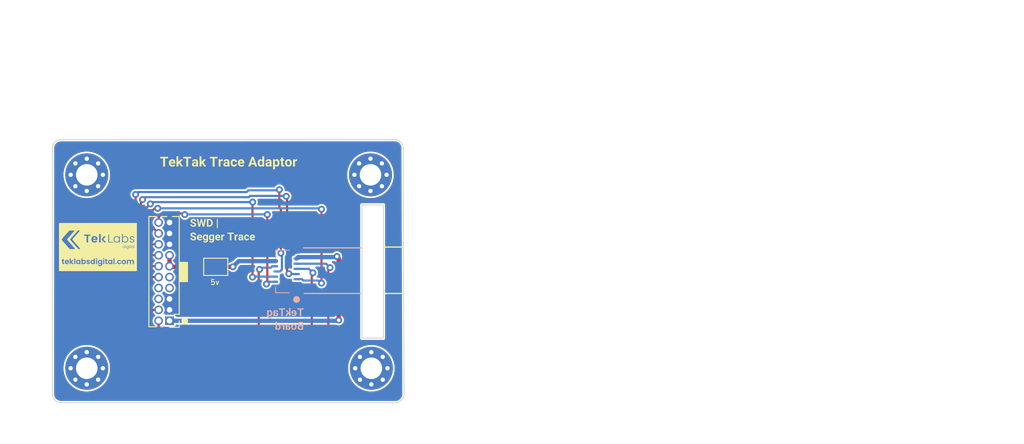
<source format=kicad_pcb>
(kicad_pcb (version 20211014) (generator pcbnew)
  (title_block (title "Debug Adaptor for TekTag Biosensor") (rev "1") (company "© 2023 TekLabs Digital Pty Ltd") (comment 1 "Designed by Trevor Attema") (comment 2 "MIT License"))
  (layers (0 "F.Cu" signal) (31 "B.Cu" signal) (34 "B.Paste" user) (35 "F.Paste" user) (36 "B.SilkS" user "B.Silkscreen") (37 "F.SilkS" user "F.Silkscreen") (38 "B.Mask" user) (39 "F.Mask" user) (44 "Edge.Cuts" user))
  (net 0 "")
  (net 1 "VDD")
  (net 2 "Net-(J1-Pad2)")
  (net 3 "/~{nRESET}")
  (net 4 "/SWDIO")
  (net 5 "/SWCLK")
  (net 6 "/TRACECLK")
  (net 7 "/TRACED0")
  (net 8 "/TRACED1")
  (net 9 "/TRACED2")
  (net 10 "/TRACED3")
  (net 11 "GND")
  (net 16 "+5V")
  (footprint "TekLabs:Teklabs-Logo-Website" (layer "F.Cu") (at 84.5 56.4 90)
    (fp_text reference "G***" hide)
    (fp_text value "LOGO" hide)
  )
  (footprint "Connector_PinHeader_1.27mm:PinHeader_2x10_P1.27mm_Vertical" (layer "F.Cu") (at 92.825 64.975 180)
    (fp_text reference "J2" hide)
    (fp_text value "SWD Probe" hide)
    (pad "1" thru_hole rect locked (at 0 0 180) (size 1 1) (drill 0.65) (layers *.Cu *.Mask) (net 1 "VDD"))
    (pad "2" thru_hole oval locked (at 1.27 0 180) (size 1 1) (drill 0.65) (layers *.Cu *.Mask) (net 4 "/SWDIO"))
    (pad "3" thru_hole oval locked (at 0 1.27 180) (size 1 1) (drill 0.65) (layers *.Cu *.Mask) (net 11 "GND"))
    (pad "4" thru_hole oval locked (at 1.27 1.27 180) (size 1 1) (drill 0.65) (layers *.Cu *.Mask) (net 5 "/SWCLK"))
    (pad "5" thru_hole oval locked (at 0 2.54 180) (size 1 1) (drill 0.65) (layers *.Cu *.Mask) (net 11 "GND"))
    (pad "6" thru_hole oval locked (at 1.27 2.54 180) (size 1 1) (drill 0.65) (layers *.Cu *.Mask))
    (pad "7" thru_hole oval locked (at 0 3.81 180) (size 1 1) (drill 0.65) (layers *.Cu *.Mask))
    (pad "8" thru_hole oval locked (at 1.27 3.81 180) (size 1 1) (drill 0.65) (layers *.Cu *.Mask))
    (pad "9" thru_hole oval locked (at 0 5.08 180) (size 1 1) (drill 0.65) (layers *.Cu *.Mask))
    (pad "10" thru_hole oval locked (at 1.27 5.08 180) (size 1 1) (drill 0.65) (layers *.Cu *.Mask) (net 3 "/~{nRESET}"))
    (pad "11" thru_hole oval locked (at 0 6.35 180) (size 1 1) (drill 0.65) (layers *.Cu *.Mask) (net 16 "+5V"))
    (pad "12" thru_hole oval locked (at 1.27 6.35 180) (size 1 1) (drill 0.65) (layers *.Cu *.Mask) (net 6 "/TRACECLK"))
    (pad "13" thru_hole oval locked (at 0 7.62 180) (size 1 1) (drill 0.65) (layers *.Cu *.Mask) (net 16 "+5V"))
    (pad "14" thru_hole oval locked (at 1.27 7.62 180) (size 1 1) (drill 0.65) (layers *.Cu *.Mask) (net 7 "/TRACED0"))
    (pad "15" thru_hole oval locked (at 0 8.89 180) (size 1 1) (drill 0.65) (layers *.Cu *.Mask) (net 11 "GND"))
    (pad "16" thru_hole oval locked (at 1.27 8.89 180) (size 1 1) (drill 0.65) (layers *.Cu *.Mask) (net 8 "/TRACED1"))
    (pad "17" thru_hole oval locked (at 0 10.16 180) (size 1 1) (drill 0.65) (layers *.Cu *.Mask) (net 11 "GND"))
    (pad "18" thru_hole oval locked (at 1.27 10.16 180) (size 1 1) (drill 0.65) (layers *.Cu *.Mask) (net 9 "/TRACED2"))
    (pad "19" thru_hole oval locked (at 0 11.43 180) (size 1 1) (drill 0.65) (layers *.Cu *.Mask) (net 11 "GND"))
    (pad "20" thru_hole oval locked (at 1.27 11.43 180) (size 1 1) (drill 0.65) (layers *.Cu *.Mask) (net 10 "/TRACED3"))
  )
  (footprint "kibuzzard-647579C7" (layer "F.Cu") (at 99.7 46.6)
    (fp_text reference "kibuzzard-647579C7" hide)
    (fp_text value "G***" hide)
  )
  (footprint "MountingHole:MountingHole_2.5mm_Pad_Via" (layer "F.Cu") (at 83.2 70.5)
    (fp_text reference "H2" hide)
    (fp_text value "MountingHole")
    (pad "1" thru_hole circle locked (at -1.325825 1.325825) (size 0.8 0.8) (drill 0.5) (layers *.Cu *.Mask))
    (pad "1" thru_hole circle locked (at 1.875 0) (size 0.8 0.8) (drill 0.5) (layers *.Cu *.Mask))
    (pad "1" thru_hole circle locked (at -1.325825 -1.325825) (size 0.8 0.8) (drill 0.5) (layers *.Cu *.Mask))
    (pad "1" thru_hole circle locked (at 1.325825 1.325825) (size 0.8 0.8) (drill 0.5) (layers *.Cu *.Mask))
    (pad "1" thru_hole circle locked (at 0 1.875) (size 0.8 0.8) (drill 0.5) (layers *.Cu *.Mask))
    (pad "1" thru_hole circle locked (at 0 -1.875) (size 0.8 0.8) (drill 0.5) (layers *.Cu *.Mask))
    (pad "1" thru_hole circle locked (at 0 0) (size 5 5) (drill 2.5) (layers *.Cu *.Mask))
    (pad "1" thru_hole circle locked (at 1.325825 -1.325825) (size 0.8 0.8) (drill 0.5) (layers *.Cu *.Mask))
    (pad "1" thru_hole circle locked (at -1.875 0) (size 0.8 0.8) (drill 0.5) (layers *.Cu *.Mask))
  )
  (footprint "kibuzzard-64757A2A" (layer "F.Cu") (at 99 54.5)
    (fp_text reference "kibuzzard-64757A2A" hide)
    (fp_text value "G***" hide)
  )
  (footprint "Jumper:SolderJumper-2_P1.3mm_Open_Pad1.0x1.5mm" (layer "F.Cu") (at 98.2 58.7 180)
    (fp_text reference "JP1" hide)
    (fp_text value "5V Trace" hide)
    (pad "1" smd rect locked (at -0.65 0 180) (size 1 1.5) (layers "F.Cu" "F.Mask") (net 2 "Net-(J1-Pad2)"))
    (pad "2" smd rect locked (at 0.65 0 180) (size 1 1.5) (layers "F.Cu" "F.Mask") (net 16 "+5V"))
  )
  (footprint "MountingHole:MountingHole_2.5mm_Pad_Via" (layer "F.Cu") (at 116.2 48)
    (fp_text reference "H3" hide)
    (fp_text value "MountingHole")
    (pad "1" thru_hole circle locked (at 0 1.875) (size 0.8 0.8) (drill 0.5) (layers *.Cu *.Mask))
    (pad "1" thru_hole circle locked (at 1.875 0) (size 0.8 0.8) (drill 0.5) (layers *.Cu *.Mask))
    (pad "1" thru_hole circle locked (at -1.875 0) (size 0.8 0.8) (drill 0.5) (layers *.Cu *.Mask))
    (pad "1" thru_hole circle locked (at 1.325825 -1.325825) (size 0.8 0.8) (drill 0.5) (layers *.Cu *.Mask))
    (pad "1" thru_hole circle locked (at -1.325825 1.325825) (size 0.8 0.8) (drill 0.5) (layers *.Cu *.Mask))
    (pad "1" thru_hole circle locked (at -1.325825 -1.325825) (size 0.8 0.8) (drill 0.5) (layers *.Cu *.Mask))
    (pad "1" thru_hole circle locked (at 0 -1.875) (size 0.8 0.8) (drill 0.5) (layers *.Cu *.Mask))
    (pad "1" thru_hole circle locked (at 1.325825 1.325825) (size 0.8 0.8) (drill 0.5) (layers *.Cu *.Mask))
    (pad "1" thru_hole circle locked (at 0 0) (size 5 5) (drill 2.5) (layers *.Cu *.Mask))
  )
  (footprint "MountingHole:MountingHole_2.5mm_Pad_Via" (layer "F.Cu") (at 83.2 48)
    (fp_text reference "H4" hide)
    (fp_text value "MountingHole")
    (pad "1" thru_hole circle locked (at -1.325825 1.325825) (size 0.8 0.8) (drill 0.5) (layers *.Cu *.Mask))
    (pad "1" thru_hole circle locked (at 1.325825 -1.325825) (size 0.8 0.8) (drill 0.5) (layers *.Cu *.Mask))
    (pad "1" thru_hole circle locked (at 1.875 0) (size 0.8 0.8) (drill 0.5) (layers *.Cu *.Mask))
    (pad "1" thru_hole circle locked (at 0 0) (size 5 5) (drill 2.5) (layers *.Cu *.Mask))
    (pad "1" thru_hole circle locked (at -1.875 0) (size 0.8 0.8) (drill 0.5) (layers *.Cu *.Mask))
    (pad "1" thru_hole circle locked (at 1.325825 1.325825) (size 0.8 0.8) (drill 0.5) (layers *.Cu *.Mask))
    (pad "1" thru_hole circle locked (at -1.325825 -1.325825) (size 0.8 0.8) (drill 0.5) (layers *.Cu *.Mask))
    (pad "1" thru_hole circle locked (at 0 -1.875) (size 0.8 0.8) (drill 0.5) (layers *.Cu *.Mask))
    (pad "1" thru_hole circle locked (at 0 1.875) (size 0.8 0.8) (drill 0.5) (layers *.Cu *.Mask))
  )
  (footprint "MountingHole:MountingHole_2.5mm_Pad_Via" (layer "F.Cu") (at 116.3 70.5)
    (fp_text reference "H1" hide)
    (fp_text value "MountingHole")
    (pad "1" thru_hole circle locked (at -1.325825 -1.325825) (size 0.8 0.8) (drill 0.5) (layers *.Cu *.Mask))
    (pad "1" thru_hole circle locked (at -1.875 0) (size 0.8 0.8) (drill 0.5) (layers *.Cu *.Mask))
    (pad "1" thru_hole circle locked (at 1.325825 -1.325825) (size 0.8 0.8) (drill 0.5) (layers *.Cu *.Mask))
    (pad "1" thru_hole circle locked (at 1.875 0) (size 0.8 0.8) (drill 0.5) (layers *.Cu *.Mask))
    (pad "1" thru_hole circle locked (at 0 0) (size 5 5) (drill 2.5) (layers *.Cu *.Mask))
    (pad "1" thru_hole circle locked (at 0 1.875) (size 0.8 0.8) (drill 0.5) (layers *.Cu *.Mask))
    (pad "1" thru_hole circle locked (at 1.325825 1.325825) (size 0.8 0.8) (drill 0.5) (layers *.Cu *.Mask))
    (pad "1" thru_hole circle locked (at 0 -1.875) (size 0.8 0.8) (drill 0.5) (layers *.Cu *.Mask))
    (pad "1" thru_hole circle locked (at -1.325825 1.325825) (size 0.8 0.8) (drill 0.5) (layers *.Cu *.Mask))
  )
  (footprint "Teklabs:Molex 5035661102" (layer "B.Cu") (at 105.1635 60.74 -90)
    (fp_text reference "J1" hide)
    (fp_text value "SWD Device" hide)
    (pad "1" smd rect locked (at -3 -2.45 270) (size 0.25 0.72) (layers "B.Cu" "B.Paste" "B.Mask") (net 1 "VDD"))
    (pad "2" smd rect locked (at -2.7 -0.02 270) (size 0.25 0.52) (layers "B.Cu" "B.Paste" "B.Mask") (net 2 "Net-(J1-Pad2)"))
    (pad "3" smd rect locked (at -2.4 -2.45 270) (size 0.25 0.72) (layers "B.Cu" "B.Paste" "B.Mask") (net 3 "/~{nRESET}"))
    (pad "4" smd rect locked (at -2.1 -0.02 270) (size 0.25 0.52) (layers "B.Cu" "B.Paste" "B.Mask") (net 4 "/SWDIO"))
    (pad "5" smd rect locked (at -1.8 -2.45 270) (size 0.25 0.72) (layers "B.Cu" "B.Paste" "B.Mask") (net 5 "/SWCLK"))
    (pad "6" smd rect locked (at -1.5 -0.02 270) (size 0.25 0.52) (layers "B.Cu" "B.Paste" "B.Mask") (net 6 "/TRACECLK"))
    (pad "7" smd rect locked (at -1.2 -2.45 270) (size 0.25 0.72) (layers "B.Cu" "B.Paste" "B.Mask") (net 7 "/TRACED0"))
    (pad "8" smd rect locked (at -0.9 -0.02 270) (size 0.25 0.52) (layers "B.Cu" "B.Paste" "B.Mask") (net 8 "/TRACED1"))
    (pad "9" smd rect locked (at -0.6 -2.45 270) (size 0.25 0.72) (layers "B.Cu" "B.Paste" "B.Mask") (net 9 "/TRACED2"))
    (pad "10" smd rect locked (at -0.3 -0.02 270) (size 0.25 0.52) (layers "B.Cu" "B.Paste" "B.Mask") (net 10 "/TRACED3"))
    (pad "11" smd rect locked (at 0 -2.45 270) (size 0.25 0.72) (layers "B.Cu" "B.Paste" "B.Mask") (net 11 "GND"))
    (pad "MP1" smd rect locked (at -3.71 -2.388 270) (size 0.3 0.85) (layers "B.Cu" "B.Paste" "B.Mask") (net 11 "GND"))
    (pad "MP2" smd rect locked (at 0.71 -2.388 270) (size 0.3 0.85) (layers "B.Cu" "B.Paste" "B.Mask") (net 11 "GND"))
  )
  (footprint "kibuzzard-64757A48" (layer "B.Cu") (at 106.3 64.75 180)
    (fp_text reference "kibuzzard-64757A48" hide)
    (fp_text value "G***" hide)
  )
  (gr_line (start 115.1 61.8) (end 108.5 61.8) (layer "B.SilkS") (width 0.15))
  (gr_circle (center 107.6 62.5) (end 107.916228 62.5) (layer "B.SilkS") (width 0.15) (fill solid))
  (gr_line (start 115.1 56.5) (end 108.4 56.5) (layer "B.SilkS") (width 0.15))
  (gr_circle (center 94.6 65) (end 94.916228 65) (layer "F.SilkS") (width 0.15) (fill solid))
  (gr_rect (start 94 58.2) (end 94.9 60.4) (layer "F.SilkS") (width 0.15) (fill solid))
  (gr_line (start 119.9 56.4) (end 117.8 56.4) (layer "F.SilkS") (width 0.15))
  (gr_line (start 119.9 61.8) (end 117.9 61.8) (layer "F.SilkS") (width 0.15))
  (gr_line (start 79.207107 44.907107) (end 79.2 73.5) (layer "Edge.Cuts") (width 0.1))
  (gr_line (start 120 44.9) (end 120.1 73.5) (layer "Edge.Cuts") (width 0.1))
  (gr_line (start 119.1 74.5) (end 80.2 74.5) (layer "Edge.Cuts") (width 0.1))
  (gr_arc (start 80.2 74.5) (mid 79.492893 74.207107) (end 79.2 73.5) (layer "Edge.Cuts") (width 0.1))
  (gr_arc (start 79.207107 44.907107) (mid 79.5 44.2) (end 80.207107 43.907107) (layer "Edge.Cuts") (width 0.1))
  (gr_line (start 80.207107 43.907107) (end 119 43.9) (layer "Edge.Cuts") (width 0.1))
  (gr_arc (start 120.1 73.5) (mid 119.807107 74.207107) (end 119.1 74.5) (layer "Edge.Cuts") (width 0.1))
  (gr_arc (start 119 43.9) (mid 119.707107 44.192893) (end 120 44.9) (layer "Edge.Cuts") (width 0.1))
  (gr_rect (start 115.2 51.5) (end 117.7 67) (layer "Edge.Cuts") (width 0.1) (fill none))
  (gr_text "5v" (at 98.1 60.5) (layer "F.SilkS") (effects (font (size 0.6 0.6) (thickness 0.1))))
  (segment (start 112.3 57.5) (end 112.5 57.7) (width 0.5) (layer "F.Cu") (net 1))
  (segment (start 112.5 57.7) (end 112.5 64.9) (width 0.5) (layer "F.Cu") (net 1))
  (via (at 112.3 57.5) (size 0.8) (drill 0.4) (layers "F.Cu" "B.Cu") (net 1))
  (via (at 112.5 64.9) (size 0.8) (drill 0.4) (layers "F.Cu" "B.Cu") (net 1))
  (segment (start 107.778011 57.575489) (end 112.224511 57.575489) (width 0.5) (layer "B.Cu") (net 1))
  (segment (start 107.6135 57.74) (end 107.778011 57.575489) (width 0.5) (layer "B.Cu") (net 1))
  (segment (start 112.425 64.975) (end 92.825 64.975) (width 0.5) (layer "B.Cu") (net 1))
  (segment (start 112.5 64.9) (end 112.425 64.975) (width 0.5) (layer "B.Cu") (net 1))
  (segment (start 112.224511 57.575489) (end 112.3 57.5) (width 0.5) (layer "B.Cu") (net 1))
  (segment (start 98.85 58.7) (end 100.2 58.7) (width 0.5) (layer "F.Cu") (net 2))
  (via (at 100.2 58.7) (size 0.8) (drill 0.4) (layers "F.Cu" "B.Cu") (net 2))
  (segment (start 100.86 58.04) (end 100.2 58.7) (width 0.5) (layer "B.Cu") (net 2))
  (segment (start 105.1835 58.04) (end 100.86 58.04) (width 0.5) (layer "B.Cu") (net 2))
  (segment (start 89.9 66.2) (end 89.9 60.4) (width 0.25) (layer "F.Cu") (net 3))
  (segment (start 89.9 60.4) (end 90.405 59.895) (width 0.25) (layer "F.Cu") (net 3))
  (segment (start 90.8 67.1) (end 89.9 66.2) (width 0.25) (layer "F.Cu") (net 3))
  (segment (start 111.3 59) (end 111.3 66.4) (width 0.25) (layer "F.Cu") (net 3))
  (segment (start 111.5 58.8) (end 111.3 59) (width 0.25) (layer "F.Cu") (net 3))
  (segment (start 111.3 66.4) (end 110.6 67.1) (width 0.25) (layer "F.Cu") (net 3))
  (segment (start 110.6 67.1) (end 90.8 67.1) (width 0.25) (layer "F.Cu") (net 3))
  (segment (start 90.405 59.895) (end 91.555 59.895) (width 0.25) (layer "F.Cu") (net 3))
  (via (at 111.5 58.8) (size 0.8) (drill 0.4) (layers "F.Cu" "B.Cu") (net 3))
  (segment (start 111.5 58.8) (end 111.04 58.34) (width 0.25) (layer "B.Cu") (net 3))
  (segment (start 111.04 58.34) (end 107.6135 58.34) (width 0.25) (layer "B.Cu") (net 3))
  (segment (start 91.92 66.02) (end 91.555 65.655) (width 0.25) (layer "F.Cu") (net 4))
  (segment (start 103.3 59) (end 103.2 59.1) (width 0.25) (layer "F.Cu") (net 4))
  (segment (start 103.2 59.1) (end 103.2 65.5) (width 0.25) (layer "F.Cu") (net 4))
  (segment (start 102.68 66.02) (end 91.92 66.02) (width 0.25) (layer "F.Cu") (net 4))
  (segment (start 103.2 65.5) (end 102.68 66.02) (width 0.25) (layer "F.Cu") (net 4))
  (segment (start 91.555 65.655) (end 91.555 64.975) (width 0.25) (layer "F.Cu") (net 4))
  (via (at 103.3 59) (size 0.8) (drill 0.4) (layers "F.Cu" "B.Cu") (net 4))
  (segment (start 103.5 58.8) (end 104.598989 58.8) (width 0.25) (layer "B.Cu") (net 4))
  (segment (start 104.758989 58.64) (end 105.1835 58.64) (width 0.25) (layer "B.Cu") (net 4))
  (segment (start 103.3 59) (end 103.5 58.8) (width 0.25) (layer "B.Cu") (net 4))
  (segment (start 104.598989 58.8) (end 104.758989 58.64) (width 0.25) (layer "B.Cu") (net 4))
  (segment (start 109.5 59.4) (end 109.37 59.53) (width 0.25) (layer "F.Cu") (net 5))
  (segment (start 91.17952 66.53952) (end 90.46 65.82) (width 0.25) (layer "F.Cu") (net 5))
  (segment (start 109.37 66.07) (end 108.90048 66.53952) (width 0.25) (layer "F.Cu") (net 5))
  (segment (start 109.37 59.53) (end 109.37 66.07) (width 0.25) (layer "F.Cu") (net 5))
  (segment (start 90.46 64.19) (end 90.945 63.705) (width 0.25) (layer "F.Cu") (net 5))
  (segment (start 108.90048 66.53952) (end 91.17952 66.53952) (width 0.25) (layer "F.Cu") (net 5))
  (segment (start 90.46 65.82) (end 90.46 64.19) (width 0.25) (layer "F.Cu") (net 5))
  (segment (start 90.945 63.705) (end 91.555 63.705) (width 0.25) (layer "F.Cu") (net 5))
  (via (at 109.5 59.4) (size 0.8) (drill 0.4) (layers "F.Cu" "B.Cu") (net 5))
  (segment (start 109.04 58.94) (end 107.6135 58.94) (width 0.25) (layer "B.Cu") (net 5))
  (segment (start 109.5 59.4) (end 109.04 58.94) (width 0.25) (layer "B.Cu") (net 5))
  (segment (start 89.325 58.625) (end 91.555 58.625) (width 0.25) (layer "F.Cu") (net 6))
  (segment (start 105.6 49.726489) (end 105.6 51.8) (width 0.25) (layer "F.Cu") (net 6))
  (segment (start 105.7755 51.9755) (end 105.7755 57.1) (width 0.25) (layer "F.Cu") (net 6))
  (segment (start 105.6 51.8) (end 105.7755 51.9755) (width 0.25) (layer "F.Cu") (net 6))
  (segment (start 88.88042 50.285471) (end 88.88042 58.18042) (width 0.25) (layer "F.Cu") (net 6))
  (segment (start 88.88042 58.18042) (end 89.325 58.625) (width 0.25) (layer "F.Cu") (net 6))
  (via (at 105.7755 57.1) (size 0.8) (drill 0.4) (layers "F.Cu" "B.Cu") (net 6))
  (via (at 105.6 49.726489) (size 0.8) (drill 0.4) (layers "F.Cu" "B.Cu") (net 6))
  (via (at 88.88042 50.285471) (size 0.8) (drill 0.4) (layers "F.Cu" "B.Cu") (net 6))
  (segment (start 105.6 49.726489) (end 105.526489 49.8) (width 0.25) (layer "B.Cu") (net 6))
  (segment (start 105.526489 49.8) (end 102 49.8) (width 0.25) (layer "B.Cu") (net 6))
  (segment (start 101.8 50) (end 89.165891 50) (width 0.25) (layer "B.Cu") (net 6))
  (segment (start 105.66 59.24) (end 105.1835 59.24) (width 0.25) (layer "B.Cu") (net 6))
  (segment (start 102 49.8) (end 101.8 50) (width 0.25) (layer "B.Cu") (net 6))
  (segment (start 105.7755 57.1) (end 105.9 57.2245) (width 0.25) (layer "B.Cu") (net 6))
  (segment (start 105.9 59) (end 105.66 59.24) (width 0.25) (layer "B.Cu") (net 6))
  (segment (start 105.9 57.2245) (end 105.9 59) (width 0.25) (layer "B.Cu") (net 6))
  (segment (start 89.165891 50) (end 88.88042 50.285471) (width 0.25) (layer "B.Cu") (net 6))
  (segment (start 106.7 59.5) (end 106.5 59.3) (width 0.25) (layer "F.Cu") (net 7))
  (segment (start 106.5 59.3) (end 106.5 50.6) (width 0.25) (layer "F.Cu") (net 7))
  (segment (start 89.955 57.355) (end 91.555 57.355) (width 0.25) (layer "F.Cu") (net 7))
  (segment (start 89.5 56.9) (end 89.955 57.355) (width 0.25) (layer "F.Cu") (net 7))
  (segment (start 89.5 51.06415) (end 89.5 56.9) (width 0.25) (layer "F.Cu") (net 7))
  (segment (start 106.5 50.6) (end 106.4 50.5) (width 0.25) (layer "F.Cu") (net 7))
  (segment (start 89.68309 50.88106) (end 89.5 51.06415) (width 0.25) (layer "F.Cu") (net 7))
  (via (at 106.7 59.5) (size 0.8) (drill 0.4) (layers "F.Cu" "B.Cu") (net 7))
  (via (at 89.68309 50.88106) (size 0.8) (drill 0.4) (layers "F.Cu" "B.Cu") (net 7))
  (via (at 106.4 50.5) (size 0.8) (drill 0.4) (layers "F.Cu" "B.Cu") (net 7))
  (segment (start 106.7 59.5) (end 106.74 59.54) (width 0.25) (layer "B.Cu") (net 7))
  (segment (start 102.199897 50.450989) (end 102.050886 50.6) (width 0.25) (layer "B.Cu") (net 7))
  (segment (start 106.4 50.5) (end 106.350989 50.450989) (width 0.25) (layer "B.Cu") (net 7))
  (segment (start 89.96415 50.6) (end 89.68309 50.88106) (width 0.25) (layer "B.Cu") (net 7))
  (segment (start 106.350989 50.450989) (end 102.199897 50.450989) (width 0.25) (layer "B.Cu") (net 7))
  (segment (start 106.74 59.54) (end 107.6135 59.54) (width 0.25) (layer "B.Cu") (net 7))
  (segment (start 102.050886 50.6) (end 89.96415 50.6) (width 0.25) (layer "B.Cu") (net 7))
  (segment (start 90.04952 55.74952) (end 90.385 56.085) (width 0.25) (layer "F.Cu") (net 8))
  (segment (start 90.385 56.085) (end 91.555 56.085) (width 0.25) (layer "F.Cu") (net 8))
  (segment (start 90.587701 51.387701) (end 90.04952 51.925882) (width 0.25) (layer "F.Cu") (net 8))
  (segment (start 90.04952 51.925882) (end 90.04952 55.74952) (width 0.25) (layer "F.Cu") (net 8))
  (segment (start 102.4755 51.2) (end 102.5 51.1755) (width 0.25) (layer "F.Cu") (net 8))
  (segment (start 102.4755 59.9) (end 102.4755 51.2) (width 0.25) (layer "F.Cu") (net 8))
  (via (at 90.587701 51.387701) (size 0.8) (drill 0.4) (layers "F.Cu" "B.Cu") (net 8))
  (via (at 102.5 51.1755) (size 0.8) (drill 0.4) (layers "F.Cu" "B.Cu") (net 8))
  (via (at 102.4755 59.9) (size 0.8) (drill 0.4) (layers "F.Cu" "B.Cu") (net 8))
  (segment (start 102.5355 59.84) (end 102.4755 59.9) (width 0.25) (layer "B.Cu") (net 8))
  (segment (start 90.587701 51.387701) (end 90.799913 51.175489) (width 0.25) (layer "B.Cu") (net 8))
  (segment (start 105.1835 59.84) (end 102.5355 59.84) (width 0.25) (layer "B.Cu") (net 8))
  (segment (start 102.499989 51.175489) (end 102.5 51.1755) (width 0.25) (layer "B.Cu") (net 8))
  (segment (start 90.799913 51.175489) (end 102.499989 51.175489) (width 0.25) (layer "B.Cu") (net 8))
  (segment (start 91.100011 51.899989) (end 90.64952 52.35048) (width 0.25) (layer "F.Cu") (net 9))
  (segment (start 90.64952 52.35048) (end 90.64952 53.90952) (width 0.25) (layer "F.Cu") (net 9))
  (segment (start 110.5 52) (end 110.5 60.6) (width 0.25) (layer "F.Cu") (net 9))
  (segment (start 91.452741 51.899989) (end 91.100011 51.899989) (width 0.25) (layer "F.Cu") (net 9))
  (segment (start 90.64952 53.90952) (end 91.555 54.815) (width 0.25) (layer "F.Cu") (net 9))
  (via (at 110.5 60.6) (size 0.8) (drill 0.4) (layers "F.Cu" "B.Cu") (net 9))
  (via (at 91.452741 51.899989) (size 0.8) (drill 0.4) (layers "F.Cu" "B.Cu") (net 9))
  (via (at 110.5 52) (size 0.8) (drill 0.4) (layers "F.Cu" "B.Cu") (net 9))
  (segment (start 110.5 60.6) (end 110.2 60.3) (width 0.25) (layer "B.Cu") (net 9))
  (segment (start 110.4 51.9) (end 110.5 52) (width 0.25) (layer "B.Cu") (net 9))
  (segment (start 91.452741 51.899989) (end 91.452752 51.9) (width 0.25) (layer "B.Cu") (net 9))
  (segment (start 91.452752 51.9) (end 110.4 51.9) (width 0.25) (layer "B.Cu") (net 9))
  (segment (start 108.24 60.14) (end 107.6135 60.14) (width 0.25) (layer "B.Cu") (net 9))
  (segment (start 108.4 60.3) (end 108.24 60.14) (width 0.25) (layer "B.Cu") (net 9))
  (segment (start 110.2 60.3) (end 108.4 60.3) (width 0.25) (layer "B.Cu") (net 9))
  (segment (start 104.2 52.6245) (end 104.2 60.6) (width 0.25) (layer "F.Cu") (net 10))
  (segment (start 94.6 52.6245) (end 94.4755 52.5) (width 0.25) (layer "F.Cu") (net 10))
  (segment (start 104.2 60.6) (end 104.1 60.7) (width 0.25) (layer "F.Cu") (net 10))
  (segment (start 91.555 52.945) (end 91.555 53.545) (width 0.25) (layer "F.Cu") (net 10))
  (segment (start 92 52.5) (end 91.555 52.945) (width 0.25) (layer "F.Cu") (net 10))
  (segment (start 94.4755 52.5) (end 92 52.5) (width 0.25) (layer "F.Cu") (net 10))
  (via (at 104.2 52.6245) (size 0.8) (drill 0.4) (layers "F.Cu" "B.Cu") (net 10))
  (via (at 104.1 60.7) (size 0.8) (drill 0.4) (layers "F.Cu" "B.Cu") (net 10))
  (via (at 94.6 52.6245) (size 0.8) (drill 0.4) (layers "F.Cu" "B.Cu") (net 10))
  (segment (start 104.1 60.7) (end 104.36 60.44) (width 0.25) (layer "B.Cu") (net 10))
  (segment (start 104.1755 52.6) (end 104.2 52.6245) (width 0.25) (layer "B.Cu") (net 10))
  (segment (start 104.36 60.44) (end 105.1835 60.44) (width 0.25) (layer "B.Cu") (net 10))
  (segment (start 94.6245 52.6) (end 104.1755 52.6) (width 0.25) (layer "B.Cu") (net 10))
  (segment (start 94.6 52.6245) (end 94.6245 52.6) (width 0.25) (layer "B.Cu") (net 10))
  (segment (start 97.55 58.7) (end 92.9 58.7) (width 0.5) (layer "F.Cu") (net 16))
  (segment (start 92.9 58.7) (end 92.825 58.625) (width 0.5) (layer "F.Cu") (net 16))
  (segment (start 92.825 57.355) (end 92.825 58.625) (width 0.5) (layer "F.Cu") (net 16))
  (zone (net 11) (net_name "GND") (layer "B.Cu") (connect_pads yes (clearance 0.2)) (min_thickness 0.254) (fill yes (thermal_gap 0.254) (thermal_bridge_width 0.554))
    (polygon (pts (xy 121 75.35) (xy 78 75.35) (xy 78 43.05) (xy 121 43.05)))
  )
)
</source>
